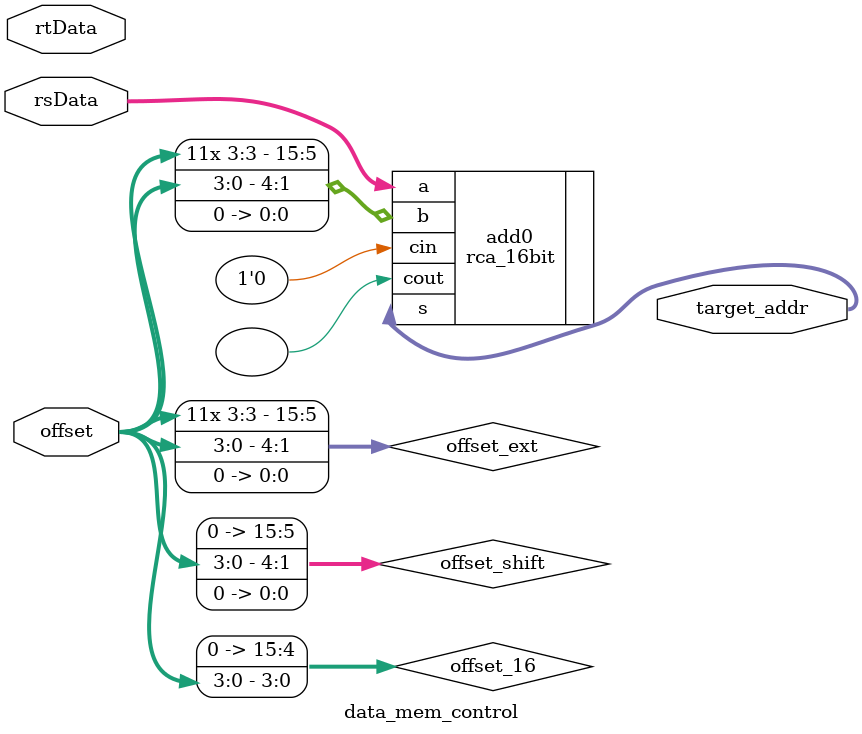
<source format=v>
/* Data memory control encompasses the computations for store, load, and
 * load byte instructions.
 * Write enable in actual data memory taken care of in top level cpu.v
 */

module data_mem_control(
  input [15:0] rsData, rtData, // Read register data from Register File
  input [3:0] offset, // 4 bit signed offset from instruction
  output [15:0] target_addr // address in memory we are reading or writing
  );

wire [15:0] offset_16;
wire [15:0] offset_shift;
wire [15:0] offset_ext; // immediate shifted left 1 and sign extended

assign offset_16 = {12'b0, offset};
assign offset_shift = offset_16 << 1;
assign offset_ext = {{11{offset_shift[4]}}, offset_shift[4:0]};

// add rs and processed immedate to get target address
rca_16bit add0(.a(rsData), .b(offset_ext), .cin(1'b0), .s(target_addr), .cout());

endmodule

</source>
